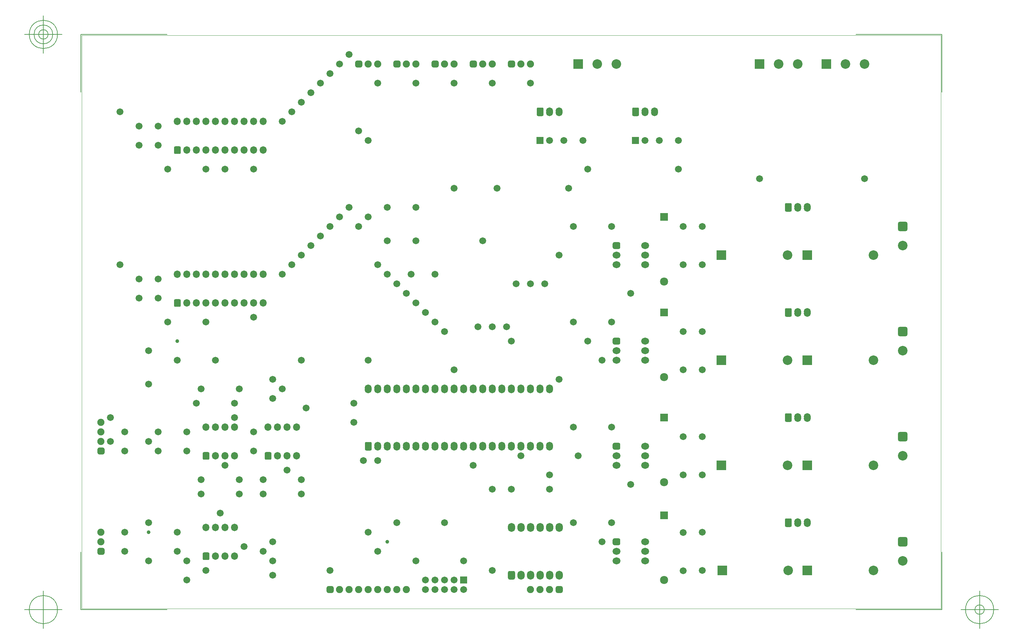
<source format=gbr>
G04 Generated by Ultiboard 14.3 *
%FSLAX35Y35*%
%MOMM*%

%ADD10C,0.00001*%
%ADD11C,0.00100*%
%ADD12C,0.12700*%
%ADD13C,0.00127*%
%ADD14C,0.99492*%
%ADD15C,0.76200*%
%ADD16C,1.82880*%
%ADD17C,1.01600*%
%ADD18C,1.90500*%
%ADD19R,2.54000X2.54000*%
%ADD20C,2.54000*%
%ADD21R,2.15900X2.15900*%
%ADD22C,2.15900*%
%ADD23C,1.82880*%
%ADD24R,1.82880X1.82880*%
%ADD25C,1.00000*%


G04 ColorRGB 9900CC for the following layer *
%LNSolder Mask Bottom*%
%LPD*%
G54D10*
G54D11*
G36*
X12604750Y462496D02*
X12604750Y553504D01*
X12795250Y553504D01*
X12795250Y462496D01*
X12604750Y462496D01*
G37*
G36*
X12654496Y412750D02*
X12654496Y603250D01*
X12745504Y603250D01*
X12745504Y412750D01*
X12654496Y412750D01*
G37*
G36*
X14122400Y1724660D02*
X14122400Y1831340D01*
X14325600Y1831340D01*
X14325600Y1724660D01*
X14122400Y1724660D01*
G37*
G36*
X14160500Y1686560D02*
X14160500Y1869440D01*
X14287500Y1869440D01*
X14287500Y1686560D01*
X14160500Y1686560D01*
G37*
G36*
X14213840Y1432560D02*
X14213840Y1615440D01*
X14234160Y1615440D01*
X14234160Y1432560D01*
X14213840Y1432560D01*
G37*
G36*
X14213840Y1178560D02*
X14213840Y1361440D01*
X14234160Y1361440D01*
X14234160Y1178560D01*
X14213840Y1178560D01*
G37*
G36*
X14975840Y1178560D02*
X14975840Y1361440D01*
X14996160Y1361440D01*
X14996160Y1178560D01*
X14975840Y1178560D01*
G37*
G36*
X14975840Y1432560D02*
X14975840Y1615440D01*
X14996160Y1615440D01*
X14996160Y1432560D01*
X14975840Y1432560D01*
G37*
G36*
X14975840Y1686560D02*
X14975840Y1869440D01*
X14996160Y1869440D01*
X14996160Y1686560D01*
X14975840Y1686560D01*
G37*
G36*
X21717000Y1701800D02*
X21717000Y1854200D01*
X21971000Y1854200D01*
X21971000Y1701800D01*
X21717000Y1701800D01*
G37*
G36*
X21767800Y1651000D02*
X21767800Y1905000D01*
X21920200Y1905000D01*
X21920200Y1651000D01*
X21767800Y1651000D01*
G37*
G36*
X18958560Y2263140D02*
X18958560Y2308860D01*
X19141440Y2308860D01*
X19141440Y2263140D01*
X18958560Y2263140D01*
G37*
G36*
X19212560Y2263140D02*
X19212560Y2308860D01*
X19395440Y2308860D01*
X19395440Y2263140D01*
X19212560Y2263140D01*
G37*
G36*
X18704560Y2209800D02*
X18704560Y2362200D01*
X18887440Y2362200D01*
X18887440Y2209800D01*
X18704560Y2209800D01*
G37*
G36*
X18742660Y2171700D02*
X18742660Y2400300D01*
X18849340Y2400300D01*
X18849340Y2171700D01*
X18742660Y2171700D01*
G37*
G36*
X14122400Y4264660D02*
X14122400Y4371340D01*
X14325600Y4371340D01*
X14325600Y4264660D01*
X14122400Y4264660D01*
G37*
G36*
X14160500Y4226560D02*
X14160500Y4409440D01*
X14287500Y4409440D01*
X14287500Y4226560D01*
X14160500Y4226560D01*
G37*
G36*
X14213840Y3972560D02*
X14213840Y4155440D01*
X14234160Y4155440D01*
X14234160Y3972560D01*
X14213840Y3972560D01*
G37*
G36*
X14213840Y3718560D02*
X14213840Y3901440D01*
X14234160Y3901440D01*
X14234160Y3718560D01*
X14213840Y3718560D01*
G37*
G36*
X14975840Y3718560D02*
X14975840Y3901440D01*
X14996160Y3901440D01*
X14996160Y3718560D01*
X14975840Y3718560D01*
G37*
G36*
X14975840Y3972560D02*
X14975840Y4155440D01*
X14996160Y4155440D01*
X14996160Y3972560D01*
X14975840Y3972560D01*
G37*
G36*
X14975840Y4226560D02*
X14975840Y4409440D01*
X14996160Y4409440D01*
X14996160Y4226560D01*
X14975840Y4226560D01*
G37*
G36*
X21717000Y4495800D02*
X21717000Y4648200D01*
X21971000Y4648200D01*
X21971000Y4495800D01*
X21717000Y4495800D01*
G37*
G36*
X21767800Y4445000D02*
X21767800Y4699000D01*
X21920200Y4699000D01*
X21920200Y4445000D01*
X21767800Y4445000D01*
G37*
G36*
X18958560Y5057140D02*
X18958560Y5102860D01*
X19141440Y5102860D01*
X19141440Y5057140D01*
X18958560Y5057140D01*
G37*
G36*
X19212560Y5057140D02*
X19212560Y5102860D01*
X19395440Y5102860D01*
X19395440Y5057140D01*
X19212560Y5057140D01*
G37*
G36*
X18704560Y5003800D02*
X18704560Y5156200D01*
X18887440Y5156200D01*
X18887440Y5003800D01*
X18704560Y5003800D01*
G37*
G36*
X18742660Y4965700D02*
X18742660Y5194300D01*
X18849340Y5194300D01*
X18849340Y4965700D01*
X18742660Y4965700D01*
G37*
G36*
X14122400Y7058660D02*
X14122400Y7165340D01*
X14325600Y7165340D01*
X14325600Y7058660D01*
X14122400Y7058660D01*
G37*
G36*
X14160500Y7020560D02*
X14160500Y7203440D01*
X14287500Y7203440D01*
X14287500Y7020560D01*
X14160500Y7020560D01*
G37*
G36*
X14213840Y6766560D02*
X14213840Y6949440D01*
X14234160Y6949440D01*
X14234160Y6766560D01*
X14213840Y6766560D01*
G37*
G36*
X14213840Y6512560D02*
X14213840Y6695440D01*
X14234160Y6695440D01*
X14234160Y6512560D01*
X14213840Y6512560D01*
G37*
G36*
X14975840Y6512560D02*
X14975840Y6695440D01*
X14996160Y6695440D01*
X14996160Y6512560D01*
X14975840Y6512560D01*
G37*
G36*
X14975840Y6766560D02*
X14975840Y6949440D01*
X14996160Y6949440D01*
X14996160Y6766560D01*
X14975840Y6766560D01*
G37*
G36*
X14975840Y7020560D02*
X14975840Y7203440D01*
X14996160Y7203440D01*
X14996160Y7020560D01*
X14975840Y7020560D01*
G37*
G36*
X21717000Y7289800D02*
X21717000Y7442200D01*
X21971000Y7442200D01*
X21971000Y7289800D01*
X21717000Y7289800D01*
G37*
G36*
X21767800Y7239000D02*
X21767800Y7493000D01*
X21920200Y7493000D01*
X21920200Y7239000D01*
X21767800Y7239000D01*
G37*
G36*
X18958560Y7851140D02*
X18958560Y7896860D01*
X19141440Y7896860D01*
X19141440Y7851140D01*
X18958560Y7851140D01*
G37*
G36*
X19212560Y7851140D02*
X19212560Y7896860D01*
X19395440Y7896860D01*
X19395440Y7851140D01*
X19212560Y7851140D01*
G37*
G36*
X18704560Y7797800D02*
X18704560Y7950200D01*
X18887440Y7950200D01*
X18887440Y7797800D01*
X18704560Y7797800D01*
G37*
G36*
X18742660Y7759700D02*
X18742660Y7988300D01*
X18849340Y7988300D01*
X18849340Y7759700D01*
X18742660Y7759700D01*
G37*
G36*
X14122400Y9598660D02*
X14122400Y9705340D01*
X14325600Y9705340D01*
X14325600Y9598660D01*
X14122400Y9598660D01*
G37*
G36*
X14160500Y9560560D02*
X14160500Y9743440D01*
X14287500Y9743440D01*
X14287500Y9560560D01*
X14160500Y9560560D01*
G37*
G36*
X14213840Y9306560D02*
X14213840Y9489440D01*
X14234160Y9489440D01*
X14234160Y9306560D01*
X14213840Y9306560D01*
G37*
G36*
X14213840Y9052560D02*
X14213840Y9235440D01*
X14234160Y9235440D01*
X14234160Y9052560D01*
X14213840Y9052560D01*
G37*
G36*
X14975840Y9052560D02*
X14975840Y9235440D01*
X14996160Y9235440D01*
X14996160Y9052560D01*
X14975840Y9052560D01*
G37*
G36*
X14975840Y9306560D02*
X14975840Y9489440D01*
X14996160Y9489440D01*
X14996160Y9306560D01*
X14975840Y9306560D01*
G37*
G36*
X14975840Y9560560D02*
X14975840Y9743440D01*
X14996160Y9743440D01*
X14996160Y9560560D01*
X14975840Y9560560D01*
G37*
G36*
X21717000Y10083800D02*
X21717000Y10236200D01*
X21971000Y10236200D01*
X21971000Y10083800D01*
X21717000Y10083800D01*
G37*
G36*
X21767800Y10033000D02*
X21767800Y10287000D01*
X21920200Y10287000D01*
X21920200Y10033000D01*
X21767800Y10033000D01*
G37*
G36*
X18958560Y10645140D02*
X18958560Y10690860D01*
X19141440Y10690860D01*
X19141440Y10645140D01*
X18958560Y10645140D01*
G37*
G36*
X19212560Y10645140D02*
X19212560Y10690860D01*
X19395440Y10690860D01*
X19395440Y10645140D01*
X19212560Y10645140D01*
G37*
G36*
X18704560Y10591800D02*
X18704560Y10744200D01*
X18887440Y10744200D01*
X18887440Y10591800D01*
X18704560Y10591800D01*
G37*
G36*
X18742660Y10553700D02*
X18742660Y10782300D01*
X18849340Y10782300D01*
X18849340Y10553700D01*
X18742660Y10553700D01*
G37*
G36*
X412750Y1478496D02*
X412750Y1569504D01*
X603250Y1569504D01*
X603250Y1478496D01*
X412750Y1478496D01*
G37*
G36*
X462496Y1428750D02*
X462496Y1619250D01*
X553504Y1619250D01*
X553504Y1428750D01*
X462496Y1428750D01*
G37*
G36*
X3464560Y1386840D02*
X3464560Y1407160D01*
X3647440Y1407160D01*
X3647440Y1386840D01*
X3464560Y1386840D01*
G37*
G36*
X3718560Y1386840D02*
X3718560Y1407160D01*
X3901440Y1407160D01*
X3901440Y1386840D01*
X3718560Y1386840D01*
G37*
G36*
X3972560Y1386840D02*
X3972560Y1407160D01*
X4155440Y1407160D01*
X4155440Y1386840D01*
X3972560Y1386840D01*
G37*
G36*
X3210560Y2148840D02*
X3210560Y2169160D01*
X3393440Y2169160D01*
X3393440Y2148840D01*
X3210560Y2148840D01*
G37*
G36*
X3464560Y2148840D02*
X3464560Y2169160D01*
X3647440Y2169160D01*
X3647440Y2148840D01*
X3464560Y2148840D01*
G37*
G36*
X3718560Y2148840D02*
X3718560Y2169160D01*
X3901440Y2169160D01*
X3901440Y2148840D01*
X3718560Y2148840D01*
G37*
G36*
X3972560Y2148840D02*
X3972560Y2169160D01*
X4155440Y2169160D01*
X4155440Y2148840D01*
X3972560Y2148840D01*
G37*
G36*
X3210560Y1333500D02*
X3210560Y1460500D01*
X3393440Y1460500D01*
X3393440Y1333500D01*
X3210560Y1333500D01*
G37*
G36*
X3248660Y1295400D02*
X3248660Y1498600D01*
X3355340Y1498600D01*
X3355340Y1295400D01*
X3248660Y1295400D01*
G37*
G36*
X8798560Y4295140D02*
X8798560Y4340860D01*
X8981440Y4340860D01*
X8981440Y4295140D01*
X8798560Y4295140D01*
G37*
G36*
X8036560Y4295140D02*
X8036560Y4340860D01*
X8219440Y4340860D01*
X8219440Y4295140D01*
X8036560Y4295140D01*
G37*
G36*
X7782560Y4295140D02*
X7782560Y4340860D01*
X7965440Y4340860D01*
X7965440Y4295140D01*
X7782560Y4295140D01*
G37*
G36*
X7528560Y4241800D02*
X7528560Y4394200D01*
X7711440Y4394200D01*
X7711440Y4241800D01*
X7528560Y4241800D01*
G37*
G36*
X7566660Y4203700D02*
X7566660Y4432300D01*
X7673340Y4432300D01*
X7673340Y4203700D01*
X7566660Y4203700D01*
G37*
G36*
X8544560Y4295140D02*
X8544560Y4340860D01*
X8727440Y4340860D01*
X8727440Y4295140D01*
X8544560Y4295140D01*
G37*
G36*
X8290560Y4295140D02*
X8290560Y4340860D01*
X8473440Y4340860D01*
X8473440Y4295140D01*
X8290560Y4295140D01*
G37*
G36*
X10322560Y4295140D02*
X10322560Y4340860D01*
X10505440Y4340860D01*
X10505440Y4295140D01*
X10322560Y4295140D01*
G37*
G36*
X9560560Y4295140D02*
X9560560Y4340860D01*
X9743440Y4340860D01*
X9743440Y4295140D01*
X9560560Y4295140D01*
G37*
G36*
X9306560Y4295140D02*
X9306560Y4340860D01*
X9489440Y4340860D01*
X9489440Y4295140D01*
X9306560Y4295140D01*
G37*
G36*
X9052560Y4295140D02*
X9052560Y4340860D01*
X9235440Y4340860D01*
X9235440Y4295140D01*
X9052560Y4295140D01*
G37*
G36*
X9814560Y4295140D02*
X9814560Y4340860D01*
X9997440Y4340860D01*
X9997440Y4295140D01*
X9814560Y4295140D01*
G37*
G36*
X10068560Y4295140D02*
X10068560Y4340860D01*
X10251440Y4340860D01*
X10251440Y4295140D01*
X10068560Y4295140D01*
G37*
G36*
X11084560Y4295140D02*
X11084560Y4340860D01*
X11267440Y4340860D01*
X11267440Y4295140D01*
X11084560Y4295140D01*
G37*
G36*
X10576560Y4295140D02*
X10576560Y4340860D01*
X10759440Y4340860D01*
X10759440Y4295140D01*
X10576560Y4295140D01*
G37*
G36*
X10830560Y4295140D02*
X10830560Y4340860D01*
X11013440Y4340860D01*
X11013440Y4295140D01*
X10830560Y4295140D01*
G37*
G36*
X11846560Y4295140D02*
X11846560Y4340860D01*
X12029440Y4340860D01*
X12029440Y4295140D01*
X11846560Y4295140D01*
G37*
G36*
X11338560Y4295140D02*
X11338560Y4340860D01*
X11521440Y4340860D01*
X11521440Y4295140D01*
X11338560Y4295140D01*
G37*
G36*
X11592560Y4295140D02*
X11592560Y4340860D01*
X11775440Y4340860D01*
X11775440Y4295140D01*
X11592560Y4295140D01*
G37*
G36*
X12100560Y4295140D02*
X12100560Y4340860D01*
X12283440Y4340860D01*
X12283440Y4295140D01*
X12100560Y4295140D01*
G37*
G36*
X12354560Y4295140D02*
X12354560Y4340860D01*
X12537440Y4340860D01*
X12537440Y4295140D01*
X12354560Y4295140D01*
G37*
G36*
X8798560Y5819140D02*
X8798560Y5864860D01*
X8981440Y5864860D01*
X8981440Y5819140D01*
X8798560Y5819140D01*
G37*
G36*
X8036560Y5819140D02*
X8036560Y5864860D01*
X8219440Y5864860D01*
X8219440Y5819140D01*
X8036560Y5819140D01*
G37*
G36*
X7782560Y5819140D02*
X7782560Y5864860D01*
X7965440Y5864860D01*
X7965440Y5819140D01*
X7782560Y5819140D01*
G37*
G36*
X8544560Y5819140D02*
X8544560Y5864860D01*
X8727440Y5864860D01*
X8727440Y5819140D01*
X8544560Y5819140D01*
G37*
G36*
X8290560Y5819140D02*
X8290560Y5864860D01*
X8473440Y5864860D01*
X8473440Y5819140D01*
X8290560Y5819140D01*
G37*
G36*
X10322560Y5819140D02*
X10322560Y5864860D01*
X10505440Y5864860D01*
X10505440Y5819140D01*
X10322560Y5819140D01*
G37*
G36*
X9560560Y5819140D02*
X9560560Y5864860D01*
X9743440Y5864860D01*
X9743440Y5819140D01*
X9560560Y5819140D01*
G37*
G36*
X9306560Y5819140D02*
X9306560Y5864860D01*
X9489440Y5864860D01*
X9489440Y5819140D01*
X9306560Y5819140D01*
G37*
G36*
X9052560Y5819140D02*
X9052560Y5864860D01*
X9235440Y5864860D01*
X9235440Y5819140D01*
X9052560Y5819140D01*
G37*
G36*
X10068560Y5819140D02*
X10068560Y5864860D01*
X10251440Y5864860D01*
X10251440Y5819140D01*
X10068560Y5819140D01*
G37*
G36*
X9814560Y5819140D02*
X9814560Y5864860D01*
X9997440Y5864860D01*
X9997440Y5819140D01*
X9814560Y5819140D01*
G37*
G36*
X11084560Y5819140D02*
X11084560Y5864860D01*
X11267440Y5864860D01*
X11267440Y5819140D01*
X11084560Y5819140D01*
G37*
G36*
X10830560Y5819140D02*
X10830560Y5864860D01*
X11013440Y5864860D01*
X11013440Y5819140D01*
X10830560Y5819140D01*
G37*
G36*
X10576560Y5819140D02*
X10576560Y5864860D01*
X10759440Y5864860D01*
X10759440Y5819140D01*
X10576560Y5819140D01*
G37*
G36*
X11846560Y5819140D02*
X11846560Y5864860D01*
X12029440Y5864860D01*
X12029440Y5819140D01*
X11846560Y5819140D01*
G37*
G36*
X11592560Y5819140D02*
X11592560Y5864860D01*
X11775440Y5864860D01*
X11775440Y5819140D01*
X11592560Y5819140D01*
G37*
G36*
X11338560Y5819140D02*
X11338560Y5864860D01*
X11521440Y5864860D01*
X11521440Y5819140D01*
X11338560Y5819140D01*
G37*
G36*
X12100560Y5819140D02*
X12100560Y5864860D01*
X12283440Y5864860D01*
X12283440Y5819140D01*
X12100560Y5819140D01*
G37*
G36*
X12354560Y5819140D02*
X12354560Y5864860D01*
X12537440Y5864860D01*
X12537440Y5819140D01*
X12354560Y5819140D01*
G37*
G36*
X7528560Y5819140D02*
X7528560Y5864860D01*
X7711440Y5864860D01*
X7711440Y5819140D01*
X7528560Y5819140D01*
G37*
G36*
X3464560Y4053840D02*
X3464560Y4074160D01*
X3647440Y4074160D01*
X3647440Y4053840D01*
X3464560Y4053840D01*
G37*
G36*
X3718560Y4053840D02*
X3718560Y4074160D01*
X3901440Y4074160D01*
X3901440Y4053840D01*
X3718560Y4053840D01*
G37*
G36*
X3972560Y4053840D02*
X3972560Y4074160D01*
X4155440Y4074160D01*
X4155440Y4053840D01*
X3972560Y4053840D01*
G37*
G36*
X3210560Y4815840D02*
X3210560Y4836160D01*
X3393440Y4836160D01*
X3393440Y4815840D01*
X3210560Y4815840D01*
G37*
G36*
X3464560Y4815840D02*
X3464560Y4836160D01*
X3647440Y4836160D01*
X3647440Y4815840D01*
X3464560Y4815840D01*
G37*
G36*
X3718560Y4815840D02*
X3718560Y4836160D01*
X3901440Y4836160D01*
X3901440Y4815840D01*
X3718560Y4815840D01*
G37*
G36*
X3972560Y4815840D02*
X3972560Y4836160D01*
X4155440Y4836160D01*
X4155440Y4815840D01*
X3972560Y4815840D01*
G37*
G36*
X3210560Y4000500D02*
X3210560Y4127500D01*
X3393440Y4127500D01*
X3393440Y4000500D01*
X3210560Y4000500D01*
G37*
G36*
X3248660Y3962400D02*
X3248660Y4165600D01*
X3355340Y4165600D01*
X3355340Y3962400D01*
X3248660Y3962400D01*
G37*
G36*
X5115560Y4053840D02*
X5115560Y4074160D01*
X5298440Y4074160D01*
X5298440Y4053840D01*
X5115560Y4053840D01*
G37*
G36*
X5369560Y4053840D02*
X5369560Y4074160D01*
X5552440Y4074160D01*
X5552440Y4053840D01*
X5369560Y4053840D01*
G37*
G36*
X5623560Y4053840D02*
X5623560Y4074160D01*
X5806440Y4074160D01*
X5806440Y4053840D01*
X5623560Y4053840D01*
G37*
G36*
X4861560Y4815840D02*
X4861560Y4836160D01*
X5044440Y4836160D01*
X5044440Y4815840D01*
X4861560Y4815840D01*
G37*
G36*
X5115560Y4815840D02*
X5115560Y4836160D01*
X5298440Y4836160D01*
X5298440Y4815840D01*
X5115560Y4815840D01*
G37*
G36*
X5369560Y4815840D02*
X5369560Y4836160D01*
X5552440Y4836160D01*
X5552440Y4815840D01*
X5369560Y4815840D01*
G37*
G36*
X5623560Y4815840D02*
X5623560Y4836160D01*
X5806440Y4836160D01*
X5806440Y4815840D01*
X5623560Y4815840D01*
G37*
G36*
X4861560Y4000500D02*
X4861560Y4127500D01*
X5044440Y4127500D01*
X5044440Y4000500D01*
X4861560Y4000500D01*
G37*
G36*
X4899660Y3962400D02*
X4899660Y4165600D01*
X5006340Y4165600D01*
X5006340Y3962400D01*
X4899660Y3962400D01*
G37*
G36*
X412750Y4145496D02*
X412750Y4236504D01*
X603250Y4236504D01*
X603250Y4145496D01*
X412750Y4145496D01*
G37*
G36*
X462496Y4095750D02*
X462496Y4286250D01*
X553504Y4286250D01*
X553504Y4095750D01*
X462496Y4095750D01*
G37*
G36*
X2448560Y8064500D02*
X2448560Y8191500D01*
X2631440Y8191500D01*
X2631440Y8064500D01*
X2448560Y8064500D01*
G37*
G36*
X2486660Y8026400D02*
X2486660Y8229600D01*
X2593340Y8229600D01*
X2593340Y8026400D01*
X2486660Y8026400D01*
G37*
G36*
X2702560Y8117840D02*
X2702560Y8138160D01*
X2885440Y8138160D01*
X2885440Y8117840D01*
X2702560Y8117840D01*
G37*
G36*
X2956560Y8117840D02*
X2956560Y8138160D01*
X3139440Y8138160D01*
X3139440Y8117840D01*
X2956560Y8117840D01*
G37*
G36*
X3210560Y8117840D02*
X3210560Y8138160D01*
X3393440Y8138160D01*
X3393440Y8117840D01*
X3210560Y8117840D01*
G37*
G36*
X3464560Y8117840D02*
X3464560Y8138160D01*
X3647440Y8138160D01*
X3647440Y8117840D01*
X3464560Y8117840D01*
G37*
G36*
X3718560Y8117840D02*
X3718560Y8138160D01*
X3901440Y8138160D01*
X3901440Y8117840D01*
X3718560Y8117840D01*
G37*
G36*
X3972560Y8117840D02*
X3972560Y8138160D01*
X4155440Y8138160D01*
X4155440Y8117840D01*
X3972560Y8117840D01*
G37*
G36*
X4226560Y8117840D02*
X4226560Y8138160D01*
X4409440Y8138160D01*
X4409440Y8117840D01*
X4226560Y8117840D01*
G37*
G36*
X4480560Y8117840D02*
X4480560Y8138160D01*
X4663440Y8138160D01*
X4663440Y8117840D01*
X4480560Y8117840D01*
G37*
G36*
X4734560Y8117840D02*
X4734560Y8138160D01*
X4917440Y8138160D01*
X4917440Y8117840D01*
X4734560Y8117840D01*
G37*
G36*
X2702560Y8879840D02*
X2702560Y8900160D01*
X2885440Y8900160D01*
X2885440Y8879840D01*
X2702560Y8879840D01*
G37*
G36*
X2956560Y8879840D02*
X2956560Y8900160D01*
X3139440Y8900160D01*
X3139440Y8879840D01*
X2956560Y8879840D01*
G37*
G36*
X3210560Y8879840D02*
X3210560Y8900160D01*
X3393440Y8900160D01*
X3393440Y8879840D01*
X3210560Y8879840D01*
G37*
G36*
X3464560Y8879840D02*
X3464560Y8900160D01*
X3647440Y8900160D01*
X3647440Y8879840D01*
X3464560Y8879840D01*
G37*
G36*
X3718560Y8879840D02*
X3718560Y8900160D01*
X3901440Y8900160D01*
X3901440Y8879840D01*
X3718560Y8879840D01*
G37*
G36*
X3972560Y8879840D02*
X3972560Y8900160D01*
X4155440Y8900160D01*
X4155440Y8879840D01*
X3972560Y8879840D01*
G37*
G36*
X4226560Y8879840D02*
X4226560Y8900160D01*
X4409440Y8900160D01*
X4409440Y8879840D01*
X4226560Y8879840D01*
G37*
G36*
X4480560Y8879840D02*
X4480560Y8900160D01*
X4663440Y8900160D01*
X4663440Y8879840D01*
X4480560Y8879840D01*
G37*
G36*
X4734560Y8879840D02*
X4734560Y8900160D01*
X4917440Y8900160D01*
X4917440Y8879840D01*
X4734560Y8879840D01*
G37*
G36*
X2448560Y8879840D02*
X2448560Y8900160D01*
X2631440Y8900160D01*
X2631440Y8879840D01*
X2448560Y8879840D01*
G37*
G36*
X2448560Y12128500D02*
X2448560Y12255500D01*
X2631440Y12255500D01*
X2631440Y12128500D01*
X2448560Y12128500D01*
G37*
G36*
X2486660Y12090400D02*
X2486660Y12293600D01*
X2593340Y12293600D01*
X2593340Y12090400D01*
X2486660Y12090400D01*
G37*
G36*
X2702560Y12181840D02*
X2702560Y12202160D01*
X2885440Y12202160D01*
X2885440Y12181840D01*
X2702560Y12181840D01*
G37*
G36*
X2956560Y12181840D02*
X2956560Y12202160D01*
X3139440Y12202160D01*
X3139440Y12181840D01*
X2956560Y12181840D01*
G37*
G36*
X3210560Y12181840D02*
X3210560Y12202160D01*
X3393440Y12202160D01*
X3393440Y12181840D01*
X3210560Y12181840D01*
G37*
G36*
X3464560Y12181840D02*
X3464560Y12202160D01*
X3647440Y12202160D01*
X3647440Y12181840D01*
X3464560Y12181840D01*
G37*
G36*
X3718560Y12181840D02*
X3718560Y12202160D01*
X3901440Y12202160D01*
X3901440Y12181840D01*
X3718560Y12181840D01*
G37*
G36*
X3972560Y12181840D02*
X3972560Y12202160D01*
X4155440Y12202160D01*
X4155440Y12181840D01*
X3972560Y12181840D01*
G37*
G36*
X4226560Y12181840D02*
X4226560Y12202160D01*
X4409440Y12202160D01*
X4409440Y12181840D01*
X4226560Y12181840D01*
G37*
G36*
X4480560Y12181840D02*
X4480560Y12202160D01*
X4663440Y12202160D01*
X4663440Y12181840D01*
X4480560Y12181840D01*
G37*
G36*
X4734560Y12181840D02*
X4734560Y12202160D01*
X4917440Y12202160D01*
X4917440Y12181840D01*
X4734560Y12181840D01*
G37*
G36*
X2702560Y12943840D02*
X2702560Y12964160D01*
X2885440Y12964160D01*
X2885440Y12943840D01*
X2702560Y12943840D01*
G37*
G36*
X2956560Y12943840D02*
X2956560Y12964160D01*
X3139440Y12964160D01*
X3139440Y12943840D01*
X2956560Y12943840D01*
G37*
G36*
X3210560Y12943840D02*
X3210560Y12964160D01*
X3393440Y12964160D01*
X3393440Y12943840D01*
X3210560Y12943840D01*
G37*
G36*
X3464560Y12943840D02*
X3464560Y12964160D01*
X3647440Y12964160D01*
X3647440Y12943840D01*
X3464560Y12943840D01*
G37*
G36*
X3718560Y12943840D02*
X3718560Y12964160D01*
X3901440Y12964160D01*
X3901440Y12943840D01*
X3718560Y12943840D01*
G37*
G36*
X3972560Y12943840D02*
X3972560Y12964160D01*
X4155440Y12964160D01*
X4155440Y12943840D01*
X3972560Y12943840D01*
G37*
G36*
X4226560Y12943840D02*
X4226560Y12964160D01*
X4409440Y12964160D01*
X4409440Y12943840D01*
X4226560Y12943840D01*
G37*
G36*
X4480560Y12943840D02*
X4480560Y12964160D01*
X4663440Y12964160D01*
X4663440Y12943840D01*
X4480560Y12943840D01*
G37*
G36*
X4734560Y12943840D02*
X4734560Y12964160D01*
X4917440Y12964160D01*
X4917440Y12943840D01*
X4734560Y12943840D01*
G37*
G36*
X2448560Y12943840D02*
X2448560Y12964160D01*
X2631440Y12964160D01*
X2631440Y12943840D01*
X2448560Y12943840D01*
G37*
G36*
X11334750Y812800D02*
X11334750Y965200D01*
X11525250Y965200D01*
X11525250Y812800D01*
X11334750Y812800D01*
G37*
G36*
X11372850Y774700D02*
X11372850Y1003300D01*
X11487150Y1003300D01*
X11487150Y774700D01*
X11372850Y774700D01*
G37*
G36*
X11588750Y866140D02*
X11588750Y911860D01*
X11779250Y911860D01*
X11779250Y866140D01*
X11588750Y866140D01*
G37*
G36*
X11680190Y774700D02*
X11680190Y1003300D01*
X11687810Y1003300D01*
X11687810Y774700D01*
X11680190Y774700D01*
G37*
G36*
X11842750Y866140D02*
X11842750Y911860D01*
X12033250Y911860D01*
X12033250Y866140D01*
X11842750Y866140D01*
G37*
G36*
X11934190Y774700D02*
X11934190Y1003300D01*
X11941810Y1003300D01*
X11941810Y774700D01*
X11934190Y774700D01*
G37*
G36*
X12096750Y866140D02*
X12096750Y911860D01*
X12287250Y911860D01*
X12287250Y866140D01*
X12096750Y866140D01*
G37*
G36*
X12188190Y774700D02*
X12188190Y1003300D01*
X12195810Y1003300D01*
X12195810Y774700D01*
X12188190Y774700D01*
G37*
G36*
X12350750Y866140D02*
X12350750Y911860D01*
X12541250Y911860D01*
X12541250Y866140D01*
X12350750Y866140D01*
G37*
G36*
X12442190Y774700D02*
X12442190Y1003300D01*
X12449810Y1003300D01*
X12449810Y774700D01*
X12442190Y774700D01*
G37*
G36*
X11334750Y2136140D02*
X11334750Y2181860D01*
X11525250Y2181860D01*
X11525250Y2136140D01*
X11334750Y2136140D01*
G37*
G36*
X11426190Y2044700D02*
X11426190Y2273300D01*
X11433810Y2273300D01*
X11433810Y2044700D01*
X11426190Y2044700D01*
G37*
G36*
X11588750Y2136140D02*
X11588750Y2181860D01*
X11779250Y2181860D01*
X11779250Y2136140D01*
X11588750Y2136140D01*
G37*
G36*
X11680190Y2044700D02*
X11680190Y2273300D01*
X11687810Y2273300D01*
X11687810Y2044700D01*
X11680190Y2044700D01*
G37*
G36*
X11842750Y2136140D02*
X11842750Y2181860D01*
X12033250Y2181860D01*
X12033250Y2136140D01*
X11842750Y2136140D01*
G37*
G36*
X11934190Y2044700D02*
X11934190Y2273300D01*
X11941810Y2273300D01*
X11941810Y2044700D01*
X11934190Y2044700D01*
G37*
G36*
X12096750Y2136140D02*
X12096750Y2181860D01*
X12287250Y2181860D01*
X12287250Y2136140D01*
X12096750Y2136140D01*
G37*
G36*
X12188190Y2044700D02*
X12188190Y2273300D01*
X12195810Y2273300D01*
X12195810Y2044700D01*
X12188190Y2044700D01*
G37*
G36*
X12350750Y2136140D02*
X12350750Y2181860D01*
X12541250Y2181860D01*
X12541250Y2136140D01*
X12350750Y2136140D01*
G37*
G36*
X12442190Y2044700D02*
X12442190Y2273300D01*
X12449810Y2273300D01*
X12449810Y2044700D01*
X12442190Y2044700D01*
G37*
G36*
X12604750Y2136140D02*
X12604750Y2181860D01*
X12795250Y2181860D01*
X12795250Y2136140D01*
X12604750Y2136140D01*
G37*
G36*
X12696190Y2044700D02*
X12696190Y2273300D01*
X12703810Y2273300D01*
X12703810Y2044700D01*
X12696190Y2044700D01*
G37*
G36*
X12604750Y866140D02*
X12604750Y911860D01*
X12795250Y911860D01*
X12795250Y866140D01*
X12604750Y866140D01*
G37*
G36*
X12696190Y774700D02*
X12696190Y1003300D01*
X12703810Y1003300D01*
X12703810Y774700D01*
X12696190Y774700D01*
G37*
G36*
X12354560Y13185140D02*
X12354560Y13230860D01*
X12537440Y13230860D01*
X12537440Y13185140D01*
X12354560Y13185140D01*
G37*
G36*
X12608560Y13185140D02*
X12608560Y13230860D01*
X12791440Y13230860D01*
X12791440Y13185140D01*
X12608560Y13185140D01*
G37*
G36*
X12100560Y13131800D02*
X12100560Y13284200D01*
X12283440Y13284200D01*
X12283440Y13131800D01*
X12100560Y13131800D01*
G37*
G36*
X12138660Y13093700D02*
X12138660Y13322300D01*
X12245340Y13322300D01*
X12245340Y13093700D01*
X12138660Y13093700D01*
G37*
G36*
X14894560Y13185140D02*
X14894560Y13230860D01*
X15077440Y13230860D01*
X15077440Y13185140D01*
X14894560Y13185140D01*
G37*
G36*
X15148560Y13185140D02*
X15148560Y13230860D01*
X15331440Y13230860D01*
X15331440Y13185140D01*
X15148560Y13185140D01*
G37*
G36*
X14640560Y13131800D02*
X14640560Y13284200D01*
X14823440Y13284200D01*
X14823440Y13131800D01*
X14640560Y13131800D01*
G37*
G36*
X14678660Y13093700D02*
X14678660Y13322300D01*
X14785340Y13322300D01*
X14785340Y13093700D01*
X14678660Y13093700D01*
G37*
G36*
X7270750Y14432496D02*
X7270750Y14523504D01*
X7461250Y14523504D01*
X7461250Y14432496D01*
X7270750Y14432496D01*
G37*
G36*
X7320496Y14382750D02*
X7320496Y14573250D01*
X7411504Y14573250D01*
X7411504Y14382750D01*
X7320496Y14382750D01*
G37*
G36*
X8286750Y14432496D02*
X8286750Y14523504D01*
X8477250Y14523504D01*
X8477250Y14432496D01*
X8286750Y14432496D01*
G37*
G36*
X8336496Y14382750D02*
X8336496Y14573250D01*
X8427504Y14573250D01*
X8427504Y14382750D01*
X8336496Y14382750D01*
G37*
G36*
X9302750Y14432496D02*
X9302750Y14523504D01*
X9493250Y14523504D01*
X9493250Y14432496D01*
X9302750Y14432496D01*
G37*
G36*
X9352496Y14382750D02*
X9352496Y14573250D01*
X9443504Y14573250D01*
X9443504Y14382750D01*
X9352496Y14382750D01*
G37*
G36*
X10318750Y14432496D02*
X10318750Y14523504D01*
X10509250Y14523504D01*
X10509250Y14432496D01*
X10318750Y14432496D01*
G37*
G36*
X10368496Y14382750D02*
X10368496Y14573250D01*
X10459504Y14573250D01*
X10459504Y14382750D01*
X10368496Y14382750D01*
G37*
G36*
X11334750Y14432496D02*
X11334750Y14523504D01*
X11525250Y14523504D01*
X11525250Y14432496D01*
X11334750Y14432496D01*
G37*
G36*
X11384496Y14382750D02*
X11384496Y14573250D01*
X11475504Y14573250D01*
X11475504Y14382750D01*
X11384496Y14382750D01*
G37*
G36*
X6508750Y462496D02*
X6508750Y553504D01*
X6699250Y553504D01*
X6699250Y462496D01*
X6508750Y462496D01*
G37*
G36*
X6558496Y412750D02*
X6558496Y603250D01*
X6649504Y603250D01*
X6649504Y412750D01*
X6558496Y412750D01*
G37*
G54D12*
X-25400Y-25400D02*
X-25400Y1503680D01*
X-25400Y-25400D02*
X2265680Y-25400D01*
X22885400Y-25400D02*
X20594320Y-25400D01*
X22885400Y-25400D02*
X22885400Y1503680D01*
X22885400Y15265400D02*
X22885400Y13736320D01*
X22885400Y15265400D02*
X20594320Y15265400D01*
X-25400Y15265400D02*
X2265680Y15265400D01*
X-25400Y15265400D02*
X-25400Y13736320D01*
X-525400Y-25400D02*
X-1525400Y-25400D01*
X-1025400Y-525400D02*
X-1025400Y474600D01*
X-1400400Y-25400D02*
G75*
D01*
G02X-1400400Y-25400I375000J0*
G01*
X23385400Y-25400D02*
X24385400Y-25400D01*
X23885400Y-525400D02*
X23885400Y474600D01*
X23510400Y-25400D02*
G75*
D01*
G02X23510400Y-25400I375000J0*
G01*
X23760400Y-25400D02*
G75*
D01*
G02X23760400Y-25400I125000J0*
G01*
X-525400Y15265400D02*
X-1525400Y15265400D01*
X-1025400Y14765400D02*
X-1025400Y15765400D01*
X-1400400Y15265400D02*
G75*
D01*
G02X-1400400Y15265400I375000J0*
G01*
X-1275400Y15265400D02*
G75*
D01*
G02X-1275400Y15265400I250000J0*
G01*
X-1150400Y15265400D02*
G75*
D01*
G02X-1150400Y15265400I125000J0*
G01*
X-25400Y-25400D02*
X-25400Y1503680D01*
X-25400Y-25400D02*
X2265680Y-25400D01*
X22885400Y-25400D02*
X20594320Y-25400D01*
X22885400Y-25400D02*
X22885400Y1503680D01*
X22885400Y15265400D02*
X22885400Y13736320D01*
X22885400Y15265400D02*
X20594320Y15265400D01*
X-25400Y15265400D02*
X2265680Y15265400D01*
X-25400Y15265400D02*
X-25400Y13736320D01*
X-525400Y-25400D02*
X-1525400Y-25400D01*
X-1025400Y-525400D02*
X-1025400Y474600D01*
X-1400400Y-25400D02*
G75*
D01*
G02X-1400400Y-25400I375000J0*
G01*
X23385400Y-25400D02*
X24385400Y-25400D01*
X23885400Y-525400D02*
X23885400Y474600D01*
X23510400Y-25400D02*
G75*
D01*
G02X23510400Y-25400I375000J0*
G01*
X23760400Y-25400D02*
G75*
D01*
G02X23760400Y-25400I125000J0*
G01*
X-525400Y15265400D02*
X-1525400Y15265400D01*
X-1025400Y14765400D02*
X-1025400Y15765400D01*
X-1400400Y15265400D02*
G75*
D01*
G02X-1400400Y15265400I375000J0*
G01*
X-1275400Y15265400D02*
G75*
D01*
G02X-1275400Y15265400I250000J0*
G01*
X-1150400Y15265400D02*
G75*
D01*
G02X-1150400Y15265400I125000J0*
G01*
G54D13*
X0Y0D02*
X22860000Y0D01*
X22860000Y15240000D01*
X0Y15240000D01*
X0Y0D01*
G54D14*
X12654496Y553504D03*
X12745504Y553504D03*
X12654496Y462496D03*
X12745504Y462496D03*
X462496Y1569504D03*
X553504Y1569504D03*
X462496Y1478496D03*
X553504Y1478496D03*
X462496Y4236504D03*
X553504Y4236504D03*
X462496Y4145496D03*
X553504Y4145496D03*
X7320496Y14523504D03*
X7411504Y14523504D03*
X7320496Y14432496D03*
X7411504Y14432496D03*
X8336496Y14523504D03*
X8427504Y14523504D03*
X8336496Y14432496D03*
X8427504Y14432496D03*
X9352496Y14523504D03*
X9443504Y14523504D03*
X9352496Y14432496D03*
X9443504Y14432496D03*
X10368496Y14523504D03*
X10459504Y14523504D03*
X10368496Y14432496D03*
X10459504Y14432496D03*
X11384496Y14523504D03*
X11475504Y14523504D03*
X11384496Y14432496D03*
X11475504Y14432496D03*
X6558496Y553504D03*
X6649504Y553504D03*
X6558496Y462496D03*
X6649504Y462496D03*
G54D15*
X14160500Y1831340D03*
X14287500Y1831340D03*
X14160500Y1724660D03*
X14287500Y1724660D03*
X18742660Y2362200D03*
X18849340Y2362200D03*
X18742660Y2209800D03*
X18849340Y2209800D03*
X14160500Y4371340D03*
X14287500Y4371340D03*
X14160500Y4264660D03*
X14287500Y4264660D03*
X18742660Y5156200D03*
X18849340Y5156200D03*
X18742660Y5003800D03*
X18849340Y5003800D03*
X14160500Y7165340D03*
X14287500Y7165340D03*
X14160500Y7058660D03*
X14287500Y7058660D03*
X18742660Y7950200D03*
X18849340Y7950200D03*
X18742660Y7797800D03*
X18849340Y7797800D03*
X14160500Y9705340D03*
X14287500Y9705340D03*
X14160500Y9598660D03*
X14287500Y9598660D03*
X18742660Y10744200D03*
X18849340Y10744200D03*
X18742660Y10591800D03*
X18849340Y10591800D03*
X3248660Y1460500D03*
X3355340Y1460500D03*
X3248660Y1333500D03*
X3355340Y1333500D03*
X7566660Y4394200D03*
X7673340Y4394200D03*
X7566660Y4241800D03*
X7673340Y4241800D03*
X3248660Y4127500D03*
X3355340Y4127500D03*
X3248660Y4000500D03*
X3355340Y4000500D03*
X4899660Y4127500D03*
X5006340Y4127500D03*
X4899660Y4000500D03*
X5006340Y4000500D03*
X2486660Y8191500D03*
X2593340Y8191500D03*
X2486660Y8064500D03*
X2593340Y8064500D03*
X2486660Y12255500D03*
X2593340Y12255500D03*
X2486660Y12128500D03*
X2593340Y12128500D03*
X11372850Y965200D03*
X11487150Y965200D03*
X11372850Y812800D03*
X11487150Y812800D03*
X12138660Y13284200D03*
X12245340Y13284200D03*
X12138660Y13131800D03*
X12245340Y13131800D03*
X14678660Y13284200D03*
X14785340Y13284200D03*
X14678660Y13131800D03*
X14785340Y13131800D03*
G54D16*
X14213840Y1524000D03*
X14234160Y1524000D03*
X14213840Y1270000D03*
X14234160Y1270000D03*
X14975840Y1270000D03*
X14996160Y1270000D03*
X14975840Y1524000D03*
X14996160Y1524000D03*
X14975840Y1778000D03*
X14996160Y1778000D03*
X19050000Y2308860D03*
X19050000Y2263140D03*
X19304000Y2308860D03*
X19304000Y2263140D03*
X14213840Y4064000D03*
X14234160Y4064000D03*
X14213840Y3810000D03*
X14234160Y3810000D03*
X14975840Y3810000D03*
X14996160Y3810000D03*
X14975840Y4064000D03*
X14996160Y4064000D03*
X14975840Y4318000D03*
X14996160Y4318000D03*
X19050000Y5102860D03*
X19050000Y5057140D03*
X19304000Y5102860D03*
X19304000Y5057140D03*
X14213840Y6858000D03*
X14234160Y6858000D03*
X14213840Y6604000D03*
X14234160Y6604000D03*
X14975840Y6604000D03*
X14996160Y6604000D03*
X14975840Y6858000D03*
X14996160Y6858000D03*
X14975840Y7112000D03*
X14996160Y7112000D03*
X19050000Y7896860D03*
X19050000Y7851140D03*
X19304000Y7896860D03*
X19304000Y7851140D03*
X14213840Y9398000D03*
X14234160Y9398000D03*
X14213840Y9144000D03*
X14234160Y9144000D03*
X14975840Y9144000D03*
X14996160Y9144000D03*
X14975840Y9398000D03*
X14996160Y9398000D03*
X14975840Y9652000D03*
X14996160Y9652000D03*
X19050000Y10690860D03*
X19050000Y10645140D03*
X19304000Y10690860D03*
X19304000Y10645140D03*
X3556000Y1407160D03*
X3556000Y1386840D03*
X3810000Y1407160D03*
X3810000Y1386840D03*
X4064000Y1407160D03*
X4064000Y1386840D03*
X3302000Y2169160D03*
X3302000Y2148840D03*
X3556000Y2169160D03*
X3556000Y2148840D03*
X3810000Y2169160D03*
X3810000Y2148840D03*
X4064000Y2169160D03*
X4064000Y2148840D03*
X8890000Y4340860D03*
X8890000Y4295140D03*
X8128000Y4340860D03*
X8128000Y4295140D03*
X7874000Y4340860D03*
X7874000Y4295140D03*
X8636000Y4340860D03*
X8636000Y4295140D03*
X8382000Y4340860D03*
X8382000Y4295140D03*
X10414000Y4340860D03*
X10414000Y4295140D03*
X9652000Y4340860D03*
X9652000Y4295140D03*
X9398000Y4340860D03*
X9398000Y4295140D03*
X9144000Y4340860D03*
X9144000Y4295140D03*
X9906000Y4340860D03*
X9906000Y4295140D03*
X10160000Y4340860D03*
X10160000Y4295140D03*
X11176000Y4340860D03*
X11176000Y4295140D03*
X10668000Y4340860D03*
X10668000Y4295140D03*
X10922000Y4340860D03*
X10922000Y4295140D03*
X11938000Y4340860D03*
X11938000Y4295140D03*
X11430000Y4340860D03*
X11430000Y4295140D03*
X11684000Y4340860D03*
X11684000Y4295140D03*
X12192000Y4340860D03*
X12192000Y4295140D03*
X12446000Y4340860D03*
X12446000Y4295140D03*
X8890000Y5864860D03*
X8890000Y5819140D03*
X8128000Y5864860D03*
X8128000Y5819140D03*
X7874000Y5864860D03*
X7874000Y5819140D03*
X8636000Y5864860D03*
X8636000Y5819140D03*
X8382000Y5864860D03*
X8382000Y5819140D03*
X10414000Y5864860D03*
X10414000Y5819140D03*
X9652000Y5864860D03*
X9652000Y5819140D03*
X9398000Y5864860D03*
X9398000Y5819140D03*
X9144000Y5864860D03*
X9144000Y5819140D03*
X10160000Y5864860D03*
X10160000Y5819140D03*
X9906000Y5864860D03*
X9906000Y5819140D03*
X11176000Y5864860D03*
X11176000Y5819140D03*
X10922000Y5864860D03*
X10922000Y5819140D03*
X10668000Y5864860D03*
X10668000Y5819140D03*
X11938000Y5864860D03*
X11938000Y5819140D03*
X11684000Y5864860D03*
X11684000Y5819140D03*
X11430000Y5864860D03*
X11430000Y5819140D03*
X12192000Y5864860D03*
X12192000Y5819140D03*
X12446000Y5864860D03*
X12446000Y5819140D03*
X7620000Y5864860D03*
X7620000Y5819140D03*
X3556000Y4074160D03*
X3556000Y4053840D03*
X3810000Y4074160D03*
X3810000Y4053840D03*
X4064000Y4074160D03*
X4064000Y4053840D03*
X3302000Y4836160D03*
X3302000Y4815840D03*
X3556000Y4836160D03*
X3556000Y4815840D03*
X3810000Y4836160D03*
X3810000Y4815840D03*
X4064000Y4836160D03*
X4064000Y4815840D03*
X5207000Y4074160D03*
X5207000Y4053840D03*
X5461000Y4074160D03*
X5461000Y4053840D03*
X5715000Y4074160D03*
X5715000Y4053840D03*
X4953000Y4836160D03*
X4953000Y4815840D03*
X5207000Y4836160D03*
X5207000Y4815840D03*
X5461000Y4836160D03*
X5461000Y4815840D03*
X5715000Y4836160D03*
X5715000Y4815840D03*
X2794000Y8138160D03*
X2794000Y8117840D03*
X3048000Y8138160D03*
X3048000Y8117840D03*
X3302000Y8138160D03*
X3302000Y8117840D03*
X3556000Y8138160D03*
X3556000Y8117840D03*
X3810000Y8138160D03*
X3810000Y8117840D03*
X4064000Y8138160D03*
X4064000Y8117840D03*
X4318000Y8138160D03*
X4318000Y8117840D03*
X4572000Y8138160D03*
X4572000Y8117840D03*
X4826000Y8138160D03*
X4826000Y8117840D03*
X2794000Y8900160D03*
X2794000Y8879840D03*
X3048000Y8900160D03*
X3048000Y8879840D03*
X3302000Y8900160D03*
X3302000Y8879840D03*
X3556000Y8900160D03*
X3556000Y8879840D03*
X3810000Y8900160D03*
X3810000Y8879840D03*
X4064000Y8900160D03*
X4064000Y8879840D03*
X4318000Y8900160D03*
X4318000Y8879840D03*
X4572000Y8900160D03*
X4572000Y8879840D03*
X4826000Y8900160D03*
X4826000Y8879840D03*
X2540000Y8900160D03*
X2540000Y8879840D03*
X2794000Y12202160D03*
X2794000Y12181840D03*
X3048000Y12202160D03*
X3048000Y12181840D03*
X3302000Y12202160D03*
X3302000Y12181840D03*
X3556000Y12202160D03*
X3556000Y12181840D03*
X3810000Y12202160D03*
X3810000Y12181840D03*
X4064000Y12202160D03*
X4064000Y12181840D03*
X4318000Y12202160D03*
X4318000Y12181840D03*
X4572000Y12202160D03*
X4572000Y12181840D03*
X4826000Y12202160D03*
X4826000Y12181840D03*
X2794000Y12964160D03*
X2794000Y12943840D03*
X3048000Y12964160D03*
X3048000Y12943840D03*
X3302000Y12964160D03*
X3302000Y12943840D03*
X3556000Y12964160D03*
X3556000Y12943840D03*
X3810000Y12964160D03*
X3810000Y12943840D03*
X4064000Y12964160D03*
X4064000Y12943840D03*
X4318000Y12964160D03*
X4318000Y12943840D03*
X4572000Y12964160D03*
X4572000Y12943840D03*
X4826000Y12964160D03*
X4826000Y12943840D03*
X2540000Y12964160D03*
X2540000Y12943840D03*
X11680190Y911860D03*
X11687810Y911860D03*
X11680190Y866140D03*
X11687810Y866140D03*
X11934190Y911860D03*
X11941810Y911860D03*
X11934190Y866140D03*
X11941810Y866140D03*
X12188190Y911860D03*
X12195810Y911860D03*
X12188190Y866140D03*
X12195810Y866140D03*
X12442190Y911860D03*
X12449810Y911860D03*
X12442190Y866140D03*
X12449810Y866140D03*
X11426190Y2181860D03*
X11433810Y2181860D03*
X11426190Y2136140D03*
X11433810Y2136140D03*
X11680190Y2181860D03*
X11687810Y2181860D03*
X11680190Y2136140D03*
X11687810Y2136140D03*
X11934190Y2181860D03*
X11941810Y2181860D03*
X11934190Y2136140D03*
X11941810Y2136140D03*
X12188190Y2181860D03*
X12195810Y2181860D03*
X12188190Y2136140D03*
X12195810Y2136140D03*
X12442190Y2181860D03*
X12449810Y2181860D03*
X12442190Y2136140D03*
X12449810Y2136140D03*
X12696190Y2181860D03*
X12703810Y2181860D03*
X12696190Y2136140D03*
X12703810Y2136140D03*
X12696190Y911860D03*
X12703810Y911860D03*
X12696190Y866140D03*
X12703810Y866140D03*
X12446000Y13230860D03*
X12446000Y13185140D03*
X12700000Y13230860D03*
X12700000Y13185140D03*
X14986000Y13230860D03*
X14986000Y13185140D03*
X15240000Y13230860D03*
X15240000Y13185140D03*
G54D17*
X21767800Y1854200D03*
X21920200Y1854200D03*
X21767800Y1701800D03*
X21920200Y1701800D03*
X21767800Y4648200D03*
X21920200Y4648200D03*
X21767800Y4495800D03*
X21920200Y4495800D03*
X21767800Y7442200D03*
X21920200Y7442200D03*
X21767800Y7289800D03*
X21920200Y7289800D03*
X21767800Y10236200D03*
X21920200Y10236200D03*
X21767800Y10083800D03*
X21920200Y10083800D03*
G54D18*
X12192000Y508000D03*
X12446000Y508000D03*
X11938000Y508000D03*
X508000Y1778000D03*
X508000Y2032000D03*
X508000Y4699000D03*
X508000Y4445000D03*
X508000Y4953000D03*
X7620000Y14478000D03*
X7874000Y14478000D03*
X8636000Y14478000D03*
X8890000Y14478000D03*
X9652000Y14478000D03*
X9906000Y14478000D03*
X10668000Y14478000D03*
X10922000Y14478000D03*
X11684000Y14478000D03*
X11938000Y14478000D03*
X8382000Y508000D03*
X7620000Y508000D03*
X7112000Y508000D03*
X6858000Y508000D03*
X7366000Y508000D03*
X7874000Y508000D03*
X8128000Y508000D03*
X8636000Y508000D03*
G54D19*
X17036500Y1016000D03*
X19304000Y1016000D03*
X17018000Y3810000D03*
X19304000Y3810000D03*
X17018000Y6604000D03*
X19304000Y6604000D03*
X17018000Y9398000D03*
X19304000Y9398000D03*
X13208000Y14478000D03*
X18034000Y14478000D03*
X19812000Y14478000D03*
G54D20*
X18796000Y1016000D03*
X21063500Y1016000D03*
X21844000Y1270000D03*
X18777500Y3810000D03*
X21063500Y3810000D03*
X21844000Y4064000D03*
X18777500Y6604000D03*
X21063500Y6604000D03*
X21844000Y6858000D03*
X18777500Y9398000D03*
X21063500Y9398000D03*
X21844000Y9652000D03*
X13716000Y14478000D03*
X14224000Y14478000D03*
X18542000Y14478000D03*
X19050000Y14478000D03*
X20320000Y14478000D03*
X20828000Y14478000D03*
G54D21*
X15494000Y2482500D03*
X15494000Y5080000D03*
X15494000Y7874000D03*
X15494000Y10414000D03*
G54D22*
X15494000Y762000D03*
X15494000Y3359500D03*
X15494000Y6153500D03*
X15494000Y8693500D03*
G54D23*
X15999555Y2027018D03*
X15999555Y1011018D03*
X16510000Y1016000D03*
X16510000Y2032000D03*
X16002000Y4572000D03*
X16002000Y3556000D03*
X16510000Y3556000D03*
X16510000Y4572000D03*
X16002000Y7366000D03*
X16002000Y6350000D03*
X16510000Y6350000D03*
X16510000Y7366000D03*
X16002000Y10160000D03*
X16002000Y9144000D03*
X16510000Y9144000D03*
X16510000Y10160000D03*
X2540000Y2032000D03*
X2540000Y1524000D03*
X1778000Y2286000D03*
X1778000Y1270000D03*
X1143000Y1524000D03*
X1143000Y2032000D03*
X7239000Y4953000D03*
X7239000Y5461000D03*
X4191000Y3048000D03*
X3175000Y3048000D03*
X3175000Y3429000D03*
X4191000Y3429000D03*
X4826000Y3429000D03*
X5842000Y3429000D03*
X2032000Y4699000D03*
X2032000Y4191000D03*
X1778000Y4445000D03*
X1143000Y4699000D03*
X1143000Y4191000D03*
X2794000Y4699000D03*
X2794000Y4191000D03*
X4572000Y4699000D03*
X4572000Y4191000D03*
X5080000Y5588000D03*
X5080000Y6096000D03*
X5334000Y5842000D03*
X4191000Y5842000D03*
X3175000Y5842000D03*
X9652000Y508000D03*
X9652000Y762000D03*
X10160000Y508000D03*
X9906000Y508000D03*
X9906000Y762000D03*
X9144000Y762000D03*
X9144000Y508000D03*
X9398000Y508000D03*
X9398000Y762000D03*
X2032000Y8763000D03*
X2032000Y8255000D03*
X2032000Y12827000D03*
X2032000Y12319000D03*
X5080000Y1778000D03*
X5080000Y1270000D03*
X4826000Y1524000D03*
X12446000Y12446000D03*
X14986000Y12446000D03*
X13335000Y12446000D03*
X12827000Y12446000D03*
X15875000Y12446000D03*
X15367000Y12446000D03*
X18034000Y11430000D03*
X20828000Y11430000D03*
X3302000Y1016000D03*
X2794000Y762000D03*
X2794000Y1270000D03*
X4318000Y1651000D03*
X5461000Y3683000D03*
X3810000Y3810000D03*
X762000Y4445000D03*
X762000Y5080000D03*
X4064000Y5080000D03*
X10160000Y1270000D03*
X7874000Y1524000D03*
X7620000Y2032000D03*
X13843000Y1778000D03*
X10922000Y1016000D03*
X6604000Y1016000D03*
X11430000Y7112000D03*
X9652000Y7366000D03*
X9398000Y7620000D03*
X9144000Y7874000D03*
X8890000Y8128000D03*
X8636000Y8382000D03*
X8382000Y8636000D03*
X5334000Y8890000D03*
X8128000Y8890000D03*
X5588000Y9144000D03*
X7874000Y9144000D03*
X5842000Y9398000D03*
X6096000Y9652000D03*
X6350000Y9906000D03*
X6604000Y10160000D03*
X6858000Y10414000D03*
X7112000Y10668000D03*
X3810000Y11684000D03*
X7620000Y12446000D03*
X7366000Y12700000D03*
X5334000Y12954000D03*
X5588000Y13208000D03*
X5842000Y13462000D03*
X6096000Y13716000D03*
X6350000Y13970000D03*
X6604000Y14224000D03*
X6858000Y14478000D03*
X1016000Y13208000D03*
X1016000Y9144000D03*
X5080000Y889000D03*
X3683000Y2540000D03*
X1778000Y6858000D03*
X1778000Y5969000D03*
X14605000Y3302000D03*
X13843000Y6604000D03*
X7620000Y6604000D03*
X7874000Y3937000D03*
X10922000Y3175000D03*
X11430000Y3175000D03*
X12446000Y3175000D03*
X12446000Y3556000D03*
X5969000Y5334000D03*
X13462000Y7112000D03*
X5842000Y6604000D03*
X3556000Y6604000D03*
X2540000Y6604000D03*
X7366000Y10160000D03*
X7620000Y10414000D03*
X10668000Y9779000D03*
X14605000Y8382000D03*
X12700000Y6096000D03*
X12700000Y9398000D03*
X11684000Y4064000D03*
X10414000Y3810000D03*
X13208000Y4064000D03*
X9906000Y11176000D03*
X11049000Y11176000D03*
X12954000Y11176000D03*
X13462000Y11684000D03*
X15875000Y11684000D03*
X8890000Y10668000D03*
X8890000Y13970000D03*
X9906000Y13970000D03*
X10922000Y13970000D03*
X11938000Y13970000D03*
X9906000Y6350000D03*
X9398000Y8890000D03*
X8890000Y9779000D03*
X8763000Y8890000D03*
X8128000Y9779000D03*
X8128000Y10668000D03*
X7874000Y13970000D03*
X7112000Y14732000D03*
X4572000Y11684000D03*
X14097000Y10160000D03*
X13081000Y10160000D03*
X14097000Y7620000D03*
X13081000Y7620000D03*
X14097000Y4826000D03*
X13081000Y4826000D03*
X5842000Y3048000D03*
X4826000Y3048000D03*
X14097000Y2286000D03*
X13081000Y2286000D03*
X1524000Y12827000D03*
X1524000Y12319000D03*
X1524000Y8763000D03*
X1524000Y8255000D03*
X2286000Y11684000D03*
X3302000Y11684000D03*
X2286000Y7620000D03*
X3302000Y7620000D03*
X3048000Y5461000D03*
X4064000Y5461000D03*
X7493000Y3937000D03*
X11303000Y7493000D03*
X10922000Y7493000D03*
X10541000Y7493000D03*
X11557000Y8636000D03*
X12319000Y8636000D03*
X11938000Y8636000D03*
X8890000Y1270000D03*
X9652000Y2286000D03*
X8382000Y2286000D03*
X4572000Y7747000D03*
G54D24*
X10160000Y762000D03*
X12192000Y12446000D03*
X14732000Y12446000D03*
G54D25*
X2540000Y7112000D03*
X8128000Y1778000D03*
X1778000Y2032000D03*
X4572000Y4191000D03*

M02*

</source>
